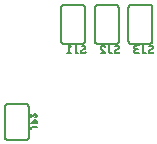
<source format=gbr>
G04 EAGLE Gerber RS-274X export*
G75*
%MOMM*%
%FSLAX34Y34*%
%LPD*%
%INSilkscreen Bottom*%
%IPPOS*%
%AMOC8*
5,1,8,0,0,1.08239X$1,22.5*%
G01*
%ADD10C,0.203200*%
%ADD11C,0.152400*%
%ADD12C,0.127000*%


D10*
X88265Y115570D02*
X88265Y87630D01*
X108585Y115570D02*
X108583Y115670D01*
X108577Y115769D01*
X108567Y115869D01*
X108554Y115967D01*
X108536Y116066D01*
X108515Y116163D01*
X108490Y116259D01*
X108461Y116355D01*
X108428Y116449D01*
X108392Y116542D01*
X108352Y116633D01*
X108308Y116723D01*
X108261Y116811D01*
X108211Y116897D01*
X108157Y116981D01*
X108100Y117063D01*
X108040Y117142D01*
X107976Y117220D01*
X107910Y117294D01*
X107841Y117366D01*
X107769Y117435D01*
X107695Y117501D01*
X107617Y117565D01*
X107538Y117625D01*
X107456Y117682D01*
X107372Y117736D01*
X107286Y117786D01*
X107198Y117833D01*
X107108Y117877D01*
X107017Y117917D01*
X106924Y117953D01*
X106830Y117986D01*
X106734Y118015D01*
X106638Y118040D01*
X106541Y118061D01*
X106442Y118079D01*
X106344Y118092D01*
X106244Y118102D01*
X106145Y118108D01*
X106045Y118110D01*
X108585Y87630D02*
X108583Y87530D01*
X108577Y87431D01*
X108567Y87331D01*
X108554Y87233D01*
X108536Y87134D01*
X108515Y87037D01*
X108490Y86941D01*
X108461Y86845D01*
X108428Y86751D01*
X108392Y86658D01*
X108352Y86567D01*
X108308Y86477D01*
X108261Y86389D01*
X108211Y86303D01*
X108157Y86219D01*
X108100Y86137D01*
X108040Y86058D01*
X107976Y85980D01*
X107910Y85906D01*
X107841Y85834D01*
X107769Y85765D01*
X107695Y85699D01*
X107617Y85635D01*
X107538Y85575D01*
X107456Y85518D01*
X107372Y85464D01*
X107286Y85414D01*
X107198Y85367D01*
X107108Y85323D01*
X107017Y85283D01*
X106924Y85247D01*
X106830Y85214D01*
X106734Y85185D01*
X106638Y85160D01*
X106541Y85139D01*
X106442Y85121D01*
X106344Y85108D01*
X106244Y85098D01*
X106145Y85092D01*
X106045Y85090D01*
X90805Y85090D02*
X90705Y85092D01*
X90606Y85098D01*
X90506Y85108D01*
X90408Y85121D01*
X90309Y85139D01*
X90212Y85160D01*
X90116Y85185D01*
X90020Y85214D01*
X89926Y85247D01*
X89833Y85283D01*
X89742Y85323D01*
X89652Y85367D01*
X89564Y85414D01*
X89478Y85464D01*
X89394Y85518D01*
X89312Y85575D01*
X89233Y85635D01*
X89155Y85699D01*
X89081Y85765D01*
X89009Y85834D01*
X88940Y85906D01*
X88874Y85980D01*
X88810Y86058D01*
X88750Y86137D01*
X88693Y86219D01*
X88639Y86303D01*
X88589Y86389D01*
X88542Y86477D01*
X88498Y86567D01*
X88458Y86658D01*
X88422Y86751D01*
X88389Y86845D01*
X88360Y86941D01*
X88335Y87037D01*
X88314Y87134D01*
X88296Y87233D01*
X88283Y87331D01*
X88273Y87431D01*
X88267Y87530D01*
X88265Y87630D01*
X88265Y115570D02*
X88267Y115670D01*
X88273Y115769D01*
X88283Y115869D01*
X88296Y115967D01*
X88314Y116066D01*
X88335Y116163D01*
X88360Y116259D01*
X88389Y116355D01*
X88422Y116449D01*
X88458Y116542D01*
X88498Y116633D01*
X88542Y116723D01*
X88589Y116811D01*
X88639Y116897D01*
X88693Y116981D01*
X88750Y117063D01*
X88810Y117142D01*
X88874Y117220D01*
X88940Y117294D01*
X89009Y117366D01*
X89081Y117435D01*
X89155Y117501D01*
X89233Y117565D01*
X89312Y117625D01*
X89394Y117682D01*
X89478Y117736D01*
X89564Y117786D01*
X89652Y117833D01*
X89742Y117877D01*
X89833Y117917D01*
X89926Y117953D01*
X90020Y117986D01*
X90116Y118015D01*
X90212Y118040D01*
X90309Y118061D01*
X90408Y118079D01*
X90506Y118092D01*
X90606Y118102D01*
X90705Y118108D01*
X90805Y118110D01*
X106045Y118110D01*
X106045Y85090D02*
X90805Y85090D01*
X108585Y87630D02*
X108585Y115570D01*
D11*
X105424Y78430D02*
X105426Y78356D01*
X105432Y78281D01*
X105441Y78208D01*
X105454Y78134D01*
X105471Y78062D01*
X105491Y77991D01*
X105515Y77920D01*
X105543Y77851D01*
X105574Y77784D01*
X105608Y77718D01*
X105646Y77653D01*
X105687Y77591D01*
X105731Y77531D01*
X105778Y77474D01*
X105828Y77419D01*
X105881Y77366D01*
X105936Y77316D01*
X105993Y77269D01*
X106053Y77225D01*
X106115Y77184D01*
X106180Y77146D01*
X106246Y77112D01*
X106313Y77081D01*
X106382Y77053D01*
X106453Y77029D01*
X106524Y77009D01*
X106596Y76992D01*
X106670Y76979D01*
X106743Y76970D01*
X106818Y76964D01*
X106892Y76962D01*
X107003Y76964D01*
X107114Y76970D01*
X107225Y76980D01*
X107336Y76994D01*
X107445Y77012D01*
X107554Y77034D01*
X107663Y77059D01*
X107770Y77089D01*
X107876Y77122D01*
X107981Y77160D01*
X108084Y77200D01*
X108186Y77245D01*
X108286Y77293D01*
X108385Y77345D01*
X108481Y77400D01*
X108576Y77459D01*
X108668Y77521D01*
X108758Y77587D01*
X108846Y77655D01*
X108931Y77727D01*
X109013Y77802D01*
X109093Y77879D01*
X108910Y82098D02*
X108908Y82172D01*
X108902Y82247D01*
X108893Y82320D01*
X108880Y82394D01*
X108863Y82466D01*
X108843Y82537D01*
X108819Y82608D01*
X108791Y82677D01*
X108760Y82744D01*
X108726Y82810D01*
X108688Y82875D01*
X108647Y82937D01*
X108603Y82997D01*
X108556Y83054D01*
X108506Y83109D01*
X108453Y83162D01*
X108398Y83212D01*
X108341Y83259D01*
X108281Y83303D01*
X108219Y83344D01*
X108154Y83382D01*
X108088Y83416D01*
X108021Y83447D01*
X107952Y83475D01*
X107881Y83499D01*
X107810Y83519D01*
X107738Y83536D01*
X107664Y83549D01*
X107591Y83558D01*
X107516Y83564D01*
X107442Y83566D01*
X107338Y83564D01*
X107234Y83558D01*
X107130Y83548D01*
X107027Y83535D01*
X106924Y83517D01*
X106822Y83495D01*
X106721Y83470D01*
X106621Y83441D01*
X106522Y83408D01*
X106425Y83371D01*
X106329Y83331D01*
X106234Y83287D01*
X106142Y83239D01*
X106051Y83189D01*
X105962Y83134D01*
X105875Y83077D01*
X105791Y83016D01*
X108176Y80813D02*
X108239Y80852D01*
X108299Y80894D01*
X108358Y80939D01*
X108414Y80987D01*
X108467Y81038D01*
X108518Y81091D01*
X108567Y81146D01*
X108612Y81204D01*
X108655Y81264D01*
X108695Y81326D01*
X108731Y81390D01*
X108765Y81456D01*
X108795Y81524D01*
X108822Y81592D01*
X108845Y81662D01*
X108865Y81733D01*
X108881Y81805D01*
X108894Y81878D01*
X108903Y81951D01*
X108908Y82024D01*
X108910Y82098D01*
X106158Y79715D02*
X106095Y79676D01*
X106035Y79634D01*
X105977Y79589D01*
X105920Y79541D01*
X105867Y79490D01*
X105816Y79437D01*
X105767Y79382D01*
X105722Y79324D01*
X105679Y79264D01*
X105639Y79202D01*
X105603Y79138D01*
X105569Y79072D01*
X105539Y79004D01*
X105512Y78936D01*
X105489Y78866D01*
X105469Y78795D01*
X105453Y78723D01*
X105440Y78650D01*
X105431Y78577D01*
X105426Y78504D01*
X105424Y78430D01*
X106158Y79714D02*
X108176Y80814D01*
X100741Y78430D02*
X100741Y83566D01*
X100741Y78430D02*
X100743Y78356D01*
X100749Y78281D01*
X100758Y78208D01*
X100771Y78134D01*
X100788Y78062D01*
X100808Y77991D01*
X100832Y77920D01*
X100860Y77851D01*
X100891Y77784D01*
X100925Y77718D01*
X100963Y77653D01*
X101004Y77591D01*
X101048Y77531D01*
X101095Y77474D01*
X101145Y77419D01*
X101198Y77366D01*
X101253Y77316D01*
X101310Y77269D01*
X101370Y77225D01*
X101432Y77184D01*
X101497Y77146D01*
X101563Y77112D01*
X101630Y77081D01*
X101699Y77053D01*
X101770Y77029D01*
X101841Y77009D01*
X101913Y76992D01*
X101987Y76979D01*
X102060Y76970D01*
X102135Y76964D01*
X102209Y76962D01*
X102943Y76962D01*
X96901Y82098D02*
X95067Y83566D01*
X95067Y76962D01*
X96901Y76962D02*
X93232Y76962D01*
D10*
X116840Y87630D02*
X116840Y115570D01*
X134620Y118110D02*
X134720Y118108D01*
X134819Y118102D01*
X134919Y118092D01*
X135017Y118079D01*
X135116Y118061D01*
X135213Y118040D01*
X135309Y118015D01*
X135405Y117986D01*
X135499Y117953D01*
X135592Y117917D01*
X135683Y117877D01*
X135773Y117833D01*
X135861Y117786D01*
X135947Y117736D01*
X136031Y117682D01*
X136113Y117625D01*
X136192Y117565D01*
X136270Y117501D01*
X136344Y117435D01*
X136416Y117366D01*
X136485Y117294D01*
X136551Y117220D01*
X136615Y117142D01*
X136675Y117063D01*
X136732Y116981D01*
X136786Y116897D01*
X136836Y116811D01*
X136883Y116723D01*
X136927Y116633D01*
X136967Y116542D01*
X137003Y116449D01*
X137036Y116355D01*
X137065Y116259D01*
X137090Y116163D01*
X137111Y116066D01*
X137129Y115967D01*
X137142Y115869D01*
X137152Y115769D01*
X137158Y115670D01*
X137160Y115570D01*
X137160Y87630D02*
X137158Y87530D01*
X137152Y87431D01*
X137142Y87331D01*
X137129Y87233D01*
X137111Y87134D01*
X137090Y87037D01*
X137065Y86941D01*
X137036Y86845D01*
X137003Y86751D01*
X136967Y86658D01*
X136927Y86567D01*
X136883Y86477D01*
X136836Y86389D01*
X136786Y86303D01*
X136732Y86219D01*
X136675Y86137D01*
X136615Y86058D01*
X136551Y85980D01*
X136485Y85906D01*
X136416Y85834D01*
X136344Y85765D01*
X136270Y85699D01*
X136192Y85635D01*
X136113Y85575D01*
X136031Y85518D01*
X135947Y85464D01*
X135861Y85414D01*
X135773Y85367D01*
X135683Y85323D01*
X135592Y85283D01*
X135499Y85247D01*
X135405Y85214D01*
X135309Y85185D01*
X135213Y85160D01*
X135116Y85139D01*
X135017Y85121D01*
X134919Y85108D01*
X134819Y85098D01*
X134720Y85092D01*
X134620Y85090D01*
X119380Y85090D02*
X119280Y85092D01*
X119181Y85098D01*
X119081Y85108D01*
X118983Y85121D01*
X118884Y85139D01*
X118787Y85160D01*
X118691Y85185D01*
X118595Y85214D01*
X118501Y85247D01*
X118408Y85283D01*
X118317Y85323D01*
X118227Y85367D01*
X118139Y85414D01*
X118053Y85464D01*
X117969Y85518D01*
X117887Y85575D01*
X117808Y85635D01*
X117730Y85699D01*
X117656Y85765D01*
X117584Y85834D01*
X117515Y85906D01*
X117449Y85980D01*
X117385Y86058D01*
X117325Y86137D01*
X117268Y86219D01*
X117214Y86303D01*
X117164Y86389D01*
X117117Y86477D01*
X117073Y86567D01*
X117033Y86658D01*
X116997Y86751D01*
X116964Y86845D01*
X116935Y86941D01*
X116910Y87037D01*
X116889Y87134D01*
X116871Y87233D01*
X116858Y87331D01*
X116848Y87431D01*
X116842Y87530D01*
X116840Y87630D01*
X116840Y115570D02*
X116842Y115670D01*
X116848Y115769D01*
X116858Y115869D01*
X116871Y115967D01*
X116889Y116066D01*
X116910Y116163D01*
X116935Y116259D01*
X116964Y116355D01*
X116997Y116449D01*
X117033Y116542D01*
X117073Y116633D01*
X117117Y116723D01*
X117164Y116811D01*
X117214Y116897D01*
X117268Y116981D01*
X117325Y117063D01*
X117385Y117142D01*
X117449Y117220D01*
X117515Y117294D01*
X117584Y117366D01*
X117656Y117435D01*
X117730Y117501D01*
X117808Y117565D01*
X117887Y117625D01*
X117969Y117682D01*
X118053Y117736D01*
X118139Y117786D01*
X118227Y117833D01*
X118317Y117877D01*
X118408Y117917D01*
X118501Y117953D01*
X118595Y117986D01*
X118691Y118015D01*
X118787Y118040D01*
X118884Y118061D01*
X118983Y118079D01*
X119081Y118092D01*
X119181Y118102D01*
X119280Y118108D01*
X119380Y118110D01*
X134620Y118110D01*
X134620Y85090D02*
X119380Y85090D01*
X137160Y87630D02*
X137160Y115570D01*
D11*
X133999Y78430D02*
X134001Y78356D01*
X134007Y78281D01*
X134016Y78208D01*
X134029Y78134D01*
X134046Y78062D01*
X134066Y77991D01*
X134090Y77920D01*
X134118Y77851D01*
X134149Y77784D01*
X134183Y77718D01*
X134221Y77653D01*
X134262Y77591D01*
X134306Y77531D01*
X134353Y77474D01*
X134403Y77419D01*
X134456Y77366D01*
X134511Y77316D01*
X134568Y77269D01*
X134628Y77225D01*
X134690Y77184D01*
X134755Y77146D01*
X134821Y77112D01*
X134888Y77081D01*
X134957Y77053D01*
X135028Y77029D01*
X135099Y77009D01*
X135171Y76992D01*
X135245Y76979D01*
X135318Y76970D01*
X135393Y76964D01*
X135467Y76962D01*
X135578Y76964D01*
X135689Y76970D01*
X135800Y76980D01*
X135911Y76994D01*
X136020Y77012D01*
X136129Y77034D01*
X136238Y77059D01*
X136345Y77089D01*
X136451Y77122D01*
X136556Y77160D01*
X136659Y77200D01*
X136761Y77245D01*
X136861Y77293D01*
X136960Y77345D01*
X137056Y77400D01*
X137151Y77459D01*
X137243Y77521D01*
X137333Y77587D01*
X137421Y77655D01*
X137506Y77727D01*
X137588Y77802D01*
X137668Y77879D01*
X137485Y82098D02*
X137483Y82172D01*
X137477Y82247D01*
X137468Y82320D01*
X137455Y82394D01*
X137438Y82466D01*
X137418Y82537D01*
X137394Y82608D01*
X137366Y82677D01*
X137335Y82744D01*
X137301Y82810D01*
X137263Y82875D01*
X137222Y82937D01*
X137178Y82997D01*
X137131Y83054D01*
X137081Y83109D01*
X137028Y83162D01*
X136973Y83212D01*
X136916Y83259D01*
X136856Y83303D01*
X136794Y83344D01*
X136729Y83382D01*
X136663Y83416D01*
X136596Y83447D01*
X136527Y83475D01*
X136456Y83499D01*
X136385Y83519D01*
X136313Y83536D01*
X136239Y83549D01*
X136166Y83558D01*
X136091Y83564D01*
X136017Y83566D01*
X135913Y83564D01*
X135809Y83558D01*
X135705Y83548D01*
X135602Y83535D01*
X135499Y83517D01*
X135397Y83495D01*
X135296Y83470D01*
X135196Y83441D01*
X135097Y83408D01*
X135000Y83371D01*
X134904Y83331D01*
X134809Y83287D01*
X134717Y83239D01*
X134626Y83189D01*
X134537Y83134D01*
X134450Y83077D01*
X134366Y83016D01*
X136751Y80813D02*
X136814Y80852D01*
X136874Y80894D01*
X136933Y80939D01*
X136989Y80987D01*
X137042Y81038D01*
X137093Y81091D01*
X137142Y81146D01*
X137187Y81204D01*
X137230Y81264D01*
X137270Y81326D01*
X137306Y81390D01*
X137340Y81456D01*
X137370Y81524D01*
X137397Y81592D01*
X137420Y81662D01*
X137440Y81733D01*
X137456Y81805D01*
X137469Y81878D01*
X137478Y81951D01*
X137483Y82024D01*
X137485Y82098D01*
X134733Y79715D02*
X134670Y79676D01*
X134610Y79634D01*
X134552Y79589D01*
X134495Y79541D01*
X134442Y79490D01*
X134391Y79437D01*
X134342Y79382D01*
X134297Y79324D01*
X134254Y79264D01*
X134214Y79202D01*
X134178Y79138D01*
X134144Y79072D01*
X134114Y79004D01*
X134087Y78936D01*
X134064Y78866D01*
X134044Y78795D01*
X134028Y78723D01*
X134015Y78650D01*
X134006Y78577D01*
X134001Y78504D01*
X133999Y78430D01*
X134733Y79714D02*
X136751Y80814D01*
X129316Y78430D02*
X129316Y83566D01*
X129316Y78430D02*
X129318Y78356D01*
X129324Y78281D01*
X129333Y78208D01*
X129346Y78134D01*
X129363Y78062D01*
X129383Y77991D01*
X129407Y77920D01*
X129435Y77851D01*
X129466Y77784D01*
X129500Y77718D01*
X129538Y77653D01*
X129579Y77591D01*
X129623Y77531D01*
X129670Y77474D01*
X129720Y77419D01*
X129773Y77366D01*
X129828Y77316D01*
X129885Y77269D01*
X129945Y77225D01*
X130007Y77184D01*
X130072Y77146D01*
X130138Y77112D01*
X130205Y77081D01*
X130274Y77053D01*
X130345Y77029D01*
X130416Y77009D01*
X130488Y76992D01*
X130562Y76979D01*
X130635Y76970D01*
X130710Y76964D01*
X130784Y76962D01*
X131518Y76962D01*
X123458Y83566D02*
X123379Y83564D01*
X123301Y83559D01*
X123223Y83549D01*
X123146Y83536D01*
X123069Y83519D01*
X122993Y83499D01*
X122918Y83475D01*
X122844Y83448D01*
X122772Y83417D01*
X122701Y83382D01*
X122633Y83345D01*
X122565Y83304D01*
X122500Y83260D01*
X122437Y83213D01*
X122377Y83163D01*
X122319Y83110D01*
X122263Y83054D01*
X122210Y82996D01*
X122160Y82936D01*
X122113Y82873D01*
X122069Y82808D01*
X122028Y82741D01*
X121991Y82672D01*
X121956Y82601D01*
X121925Y82529D01*
X121898Y82455D01*
X121874Y82380D01*
X121854Y82304D01*
X121837Y82227D01*
X121824Y82150D01*
X121814Y82072D01*
X121809Y81994D01*
X121807Y81915D01*
X123458Y83566D02*
X123547Y83564D01*
X123636Y83559D01*
X123724Y83549D01*
X123812Y83536D01*
X123899Y83520D01*
X123986Y83499D01*
X124071Y83475D01*
X124156Y83448D01*
X124239Y83417D01*
X124321Y83382D01*
X124402Y83344D01*
X124481Y83303D01*
X124557Y83259D01*
X124633Y83211D01*
X124706Y83160D01*
X124776Y83107D01*
X124845Y83050D01*
X124911Y82990D01*
X124974Y82928D01*
X125035Y82863D01*
X125093Y82796D01*
X125148Y82726D01*
X125201Y82654D01*
X125250Y82580D01*
X125296Y82504D01*
X125338Y82426D01*
X125378Y82346D01*
X125414Y82265D01*
X125447Y82182D01*
X125476Y82098D01*
X122357Y80631D02*
X122301Y80687D01*
X122247Y80746D01*
X122196Y80807D01*
X122147Y80871D01*
X122102Y80936D01*
X122059Y81004D01*
X122020Y81073D01*
X121983Y81144D01*
X121950Y81217D01*
X121921Y81291D01*
X121894Y81366D01*
X121871Y81442D01*
X121852Y81520D01*
X121836Y81598D01*
X121823Y81676D01*
X121814Y81756D01*
X121809Y81835D01*
X121807Y81915D01*
X122358Y80631D02*
X125476Y76962D01*
X121807Y76962D01*
D10*
X145415Y87630D02*
X145415Y115570D01*
X163195Y118110D02*
X163295Y118108D01*
X163394Y118102D01*
X163494Y118092D01*
X163592Y118079D01*
X163691Y118061D01*
X163788Y118040D01*
X163884Y118015D01*
X163980Y117986D01*
X164074Y117953D01*
X164167Y117917D01*
X164258Y117877D01*
X164348Y117833D01*
X164436Y117786D01*
X164522Y117736D01*
X164606Y117682D01*
X164688Y117625D01*
X164767Y117565D01*
X164845Y117501D01*
X164919Y117435D01*
X164991Y117366D01*
X165060Y117294D01*
X165126Y117220D01*
X165190Y117142D01*
X165250Y117063D01*
X165307Y116981D01*
X165361Y116897D01*
X165411Y116811D01*
X165458Y116723D01*
X165502Y116633D01*
X165542Y116542D01*
X165578Y116449D01*
X165611Y116355D01*
X165640Y116259D01*
X165665Y116163D01*
X165686Y116066D01*
X165704Y115967D01*
X165717Y115869D01*
X165727Y115769D01*
X165733Y115670D01*
X165735Y115570D01*
X165735Y87630D02*
X165733Y87530D01*
X165727Y87431D01*
X165717Y87331D01*
X165704Y87233D01*
X165686Y87134D01*
X165665Y87037D01*
X165640Y86941D01*
X165611Y86845D01*
X165578Y86751D01*
X165542Y86658D01*
X165502Y86567D01*
X165458Y86477D01*
X165411Y86389D01*
X165361Y86303D01*
X165307Y86219D01*
X165250Y86137D01*
X165190Y86058D01*
X165126Y85980D01*
X165060Y85906D01*
X164991Y85834D01*
X164919Y85765D01*
X164845Y85699D01*
X164767Y85635D01*
X164688Y85575D01*
X164606Y85518D01*
X164522Y85464D01*
X164436Y85414D01*
X164348Y85367D01*
X164258Y85323D01*
X164167Y85283D01*
X164074Y85247D01*
X163980Y85214D01*
X163884Y85185D01*
X163788Y85160D01*
X163691Y85139D01*
X163592Y85121D01*
X163494Y85108D01*
X163394Y85098D01*
X163295Y85092D01*
X163195Y85090D01*
X147955Y85090D02*
X147855Y85092D01*
X147756Y85098D01*
X147656Y85108D01*
X147558Y85121D01*
X147459Y85139D01*
X147362Y85160D01*
X147266Y85185D01*
X147170Y85214D01*
X147076Y85247D01*
X146983Y85283D01*
X146892Y85323D01*
X146802Y85367D01*
X146714Y85414D01*
X146628Y85464D01*
X146544Y85518D01*
X146462Y85575D01*
X146383Y85635D01*
X146305Y85699D01*
X146231Y85765D01*
X146159Y85834D01*
X146090Y85906D01*
X146024Y85980D01*
X145960Y86058D01*
X145900Y86137D01*
X145843Y86219D01*
X145789Y86303D01*
X145739Y86389D01*
X145692Y86477D01*
X145648Y86567D01*
X145608Y86658D01*
X145572Y86751D01*
X145539Y86845D01*
X145510Y86941D01*
X145485Y87037D01*
X145464Y87134D01*
X145446Y87233D01*
X145433Y87331D01*
X145423Y87431D01*
X145417Y87530D01*
X145415Y87630D01*
X145415Y115570D02*
X145417Y115670D01*
X145423Y115769D01*
X145433Y115869D01*
X145446Y115967D01*
X145464Y116066D01*
X145485Y116163D01*
X145510Y116259D01*
X145539Y116355D01*
X145572Y116449D01*
X145608Y116542D01*
X145648Y116633D01*
X145692Y116723D01*
X145739Y116811D01*
X145789Y116897D01*
X145843Y116981D01*
X145900Y117063D01*
X145960Y117142D01*
X146024Y117220D01*
X146090Y117294D01*
X146159Y117366D01*
X146231Y117435D01*
X146305Y117501D01*
X146383Y117565D01*
X146462Y117625D01*
X146544Y117682D01*
X146628Y117736D01*
X146714Y117786D01*
X146802Y117833D01*
X146892Y117877D01*
X146983Y117917D01*
X147076Y117953D01*
X147170Y117986D01*
X147266Y118015D01*
X147362Y118040D01*
X147459Y118061D01*
X147558Y118079D01*
X147656Y118092D01*
X147756Y118102D01*
X147855Y118108D01*
X147955Y118110D01*
X163195Y118110D01*
X163195Y85090D02*
X147955Y85090D01*
X165735Y87630D02*
X165735Y115570D01*
D11*
X162574Y78430D02*
X162576Y78356D01*
X162582Y78281D01*
X162591Y78208D01*
X162604Y78134D01*
X162621Y78062D01*
X162641Y77991D01*
X162665Y77920D01*
X162693Y77851D01*
X162724Y77784D01*
X162758Y77718D01*
X162796Y77653D01*
X162837Y77591D01*
X162881Y77531D01*
X162928Y77474D01*
X162978Y77419D01*
X163031Y77366D01*
X163086Y77316D01*
X163143Y77269D01*
X163203Y77225D01*
X163265Y77184D01*
X163330Y77146D01*
X163396Y77112D01*
X163463Y77081D01*
X163532Y77053D01*
X163603Y77029D01*
X163674Y77009D01*
X163746Y76992D01*
X163820Y76979D01*
X163893Y76970D01*
X163968Y76964D01*
X164042Y76962D01*
X164153Y76964D01*
X164264Y76970D01*
X164375Y76980D01*
X164486Y76994D01*
X164595Y77012D01*
X164704Y77034D01*
X164813Y77059D01*
X164920Y77089D01*
X165026Y77122D01*
X165131Y77160D01*
X165234Y77200D01*
X165336Y77245D01*
X165436Y77293D01*
X165535Y77345D01*
X165631Y77400D01*
X165726Y77459D01*
X165818Y77521D01*
X165908Y77587D01*
X165996Y77655D01*
X166081Y77727D01*
X166163Y77802D01*
X166243Y77879D01*
X166060Y82098D02*
X166058Y82172D01*
X166052Y82247D01*
X166043Y82320D01*
X166030Y82394D01*
X166013Y82466D01*
X165993Y82537D01*
X165969Y82608D01*
X165941Y82677D01*
X165910Y82744D01*
X165876Y82810D01*
X165838Y82875D01*
X165797Y82937D01*
X165753Y82997D01*
X165706Y83054D01*
X165656Y83109D01*
X165603Y83162D01*
X165548Y83212D01*
X165491Y83259D01*
X165431Y83303D01*
X165369Y83344D01*
X165304Y83382D01*
X165238Y83416D01*
X165171Y83447D01*
X165102Y83475D01*
X165031Y83499D01*
X164960Y83519D01*
X164888Y83536D01*
X164814Y83549D01*
X164741Y83558D01*
X164666Y83564D01*
X164592Y83566D01*
X164488Y83564D01*
X164384Y83558D01*
X164280Y83548D01*
X164177Y83535D01*
X164074Y83517D01*
X163972Y83495D01*
X163871Y83470D01*
X163771Y83441D01*
X163672Y83408D01*
X163575Y83371D01*
X163479Y83331D01*
X163384Y83287D01*
X163292Y83239D01*
X163201Y83189D01*
X163112Y83134D01*
X163025Y83077D01*
X162941Y83016D01*
X165326Y80813D02*
X165389Y80852D01*
X165449Y80894D01*
X165508Y80939D01*
X165564Y80987D01*
X165617Y81038D01*
X165668Y81091D01*
X165717Y81146D01*
X165762Y81204D01*
X165805Y81264D01*
X165845Y81326D01*
X165881Y81390D01*
X165915Y81456D01*
X165945Y81524D01*
X165972Y81592D01*
X165995Y81662D01*
X166015Y81733D01*
X166031Y81805D01*
X166044Y81878D01*
X166053Y81951D01*
X166058Y82024D01*
X166060Y82098D01*
X163308Y79715D02*
X163245Y79676D01*
X163185Y79634D01*
X163127Y79589D01*
X163070Y79541D01*
X163017Y79490D01*
X162966Y79437D01*
X162917Y79382D01*
X162872Y79324D01*
X162829Y79264D01*
X162789Y79202D01*
X162753Y79138D01*
X162719Y79072D01*
X162689Y79004D01*
X162662Y78936D01*
X162639Y78866D01*
X162619Y78795D01*
X162603Y78723D01*
X162590Y78650D01*
X162581Y78577D01*
X162576Y78504D01*
X162574Y78430D01*
X163308Y79714D02*
X165326Y80814D01*
X157891Y78430D02*
X157891Y83566D01*
X157891Y78430D02*
X157893Y78356D01*
X157899Y78281D01*
X157908Y78208D01*
X157921Y78134D01*
X157938Y78062D01*
X157958Y77991D01*
X157982Y77920D01*
X158010Y77851D01*
X158041Y77784D01*
X158075Y77718D01*
X158113Y77653D01*
X158154Y77591D01*
X158198Y77531D01*
X158245Y77474D01*
X158295Y77419D01*
X158348Y77366D01*
X158403Y77316D01*
X158460Y77269D01*
X158520Y77225D01*
X158582Y77184D01*
X158647Y77146D01*
X158713Y77112D01*
X158780Y77081D01*
X158849Y77053D01*
X158920Y77029D01*
X158991Y77009D01*
X159063Y76992D01*
X159137Y76979D01*
X159210Y76970D01*
X159285Y76964D01*
X159359Y76962D01*
X160093Y76962D01*
X154051Y76962D02*
X152217Y76962D01*
X152132Y76964D01*
X152048Y76970D01*
X151964Y76980D01*
X151880Y76993D01*
X151797Y77011D01*
X151715Y77032D01*
X151634Y77057D01*
X151554Y77086D01*
X151476Y77118D01*
X151400Y77154D01*
X151325Y77194D01*
X151252Y77237D01*
X151181Y77283D01*
X151112Y77332D01*
X151045Y77385D01*
X150981Y77441D01*
X150920Y77499D01*
X150862Y77560D01*
X150806Y77624D01*
X150753Y77691D01*
X150704Y77760D01*
X150658Y77831D01*
X150615Y77904D01*
X150575Y77979D01*
X150539Y78055D01*
X150507Y78133D01*
X150478Y78213D01*
X150453Y78294D01*
X150432Y78376D01*
X150414Y78459D01*
X150401Y78543D01*
X150391Y78627D01*
X150385Y78711D01*
X150383Y78796D01*
X150385Y78881D01*
X150391Y78965D01*
X150401Y79049D01*
X150414Y79133D01*
X150432Y79216D01*
X150453Y79298D01*
X150478Y79379D01*
X150507Y79459D01*
X150539Y79537D01*
X150575Y79613D01*
X150615Y79688D01*
X150658Y79761D01*
X150704Y79832D01*
X150753Y79901D01*
X150806Y79968D01*
X150862Y80032D01*
X150920Y80093D01*
X150981Y80151D01*
X151045Y80207D01*
X151112Y80260D01*
X151181Y80309D01*
X151252Y80355D01*
X151325Y80398D01*
X151400Y80438D01*
X151476Y80474D01*
X151554Y80506D01*
X151634Y80535D01*
X151715Y80560D01*
X151797Y80581D01*
X151880Y80599D01*
X151964Y80612D01*
X152048Y80622D01*
X152132Y80628D01*
X152217Y80630D01*
X151850Y83566D02*
X154051Y83566D01*
X151850Y83566D02*
X151774Y83564D01*
X151699Y83558D01*
X151624Y83549D01*
X151550Y83535D01*
X151476Y83518D01*
X151404Y83496D01*
X151332Y83472D01*
X151262Y83443D01*
X151194Y83411D01*
X151127Y83376D01*
X151062Y83337D01*
X150999Y83294D01*
X150939Y83249D01*
X150881Y83201D01*
X150825Y83149D01*
X150773Y83095D01*
X150723Y83038D01*
X150676Y82979D01*
X150632Y82918D01*
X150591Y82854D01*
X150554Y82788D01*
X150520Y82720D01*
X150490Y82651D01*
X150463Y82580D01*
X150440Y82508D01*
X150421Y82435D01*
X150406Y82361D01*
X150394Y82286D01*
X150386Y82211D01*
X150382Y82136D01*
X150382Y82060D01*
X150386Y81985D01*
X150394Y81910D01*
X150406Y81835D01*
X150421Y81761D01*
X150440Y81688D01*
X150463Y81616D01*
X150490Y81545D01*
X150520Y81476D01*
X150554Y81408D01*
X150591Y81342D01*
X150632Y81278D01*
X150676Y81217D01*
X150723Y81158D01*
X150773Y81101D01*
X150825Y81047D01*
X150881Y80995D01*
X150939Y80947D01*
X150999Y80902D01*
X151062Y80859D01*
X151127Y80820D01*
X151194Y80785D01*
X151262Y80753D01*
X151332Y80724D01*
X151404Y80700D01*
X151476Y80678D01*
X151550Y80661D01*
X151624Y80647D01*
X151699Y80638D01*
X151774Y80632D01*
X151850Y80630D01*
X151850Y80631D02*
X153317Y80631D01*
X40640Y31750D02*
X40640Y6350D01*
X60960Y31750D02*
X60958Y31850D01*
X60952Y31949D01*
X60942Y32049D01*
X60929Y32147D01*
X60911Y32246D01*
X60890Y32343D01*
X60865Y32439D01*
X60836Y32535D01*
X60803Y32629D01*
X60767Y32722D01*
X60727Y32813D01*
X60683Y32903D01*
X60636Y32991D01*
X60586Y33077D01*
X60532Y33161D01*
X60475Y33243D01*
X60415Y33322D01*
X60351Y33400D01*
X60285Y33474D01*
X60216Y33546D01*
X60144Y33615D01*
X60070Y33681D01*
X59992Y33745D01*
X59913Y33805D01*
X59831Y33862D01*
X59747Y33916D01*
X59661Y33966D01*
X59573Y34013D01*
X59483Y34057D01*
X59392Y34097D01*
X59299Y34133D01*
X59205Y34166D01*
X59109Y34195D01*
X59013Y34220D01*
X58916Y34241D01*
X58817Y34259D01*
X58719Y34272D01*
X58619Y34282D01*
X58520Y34288D01*
X58420Y34290D01*
X60960Y6350D02*
X60958Y6250D01*
X60952Y6151D01*
X60942Y6051D01*
X60929Y5953D01*
X60911Y5854D01*
X60890Y5757D01*
X60865Y5661D01*
X60836Y5565D01*
X60803Y5471D01*
X60767Y5378D01*
X60727Y5287D01*
X60683Y5197D01*
X60636Y5109D01*
X60586Y5023D01*
X60532Y4939D01*
X60475Y4857D01*
X60415Y4778D01*
X60351Y4700D01*
X60285Y4626D01*
X60216Y4554D01*
X60144Y4485D01*
X60070Y4419D01*
X59992Y4355D01*
X59913Y4295D01*
X59831Y4238D01*
X59747Y4184D01*
X59661Y4134D01*
X59573Y4087D01*
X59483Y4043D01*
X59392Y4003D01*
X59299Y3967D01*
X59205Y3934D01*
X59109Y3905D01*
X59013Y3880D01*
X58916Y3859D01*
X58817Y3841D01*
X58719Y3828D01*
X58619Y3818D01*
X58520Y3812D01*
X58420Y3810D01*
X43180Y3810D02*
X43080Y3812D01*
X42981Y3818D01*
X42881Y3828D01*
X42783Y3841D01*
X42684Y3859D01*
X42587Y3880D01*
X42491Y3905D01*
X42395Y3934D01*
X42301Y3967D01*
X42208Y4003D01*
X42117Y4043D01*
X42027Y4087D01*
X41939Y4134D01*
X41853Y4184D01*
X41769Y4238D01*
X41687Y4295D01*
X41608Y4355D01*
X41530Y4419D01*
X41456Y4485D01*
X41384Y4554D01*
X41315Y4626D01*
X41249Y4700D01*
X41185Y4778D01*
X41125Y4857D01*
X41068Y4939D01*
X41014Y5023D01*
X40964Y5109D01*
X40917Y5197D01*
X40873Y5287D01*
X40833Y5378D01*
X40797Y5471D01*
X40764Y5565D01*
X40735Y5661D01*
X40710Y5757D01*
X40689Y5854D01*
X40671Y5953D01*
X40658Y6051D01*
X40648Y6151D01*
X40642Y6250D01*
X40640Y6350D01*
X40640Y31750D02*
X40642Y31850D01*
X40648Y31949D01*
X40658Y32049D01*
X40671Y32147D01*
X40689Y32246D01*
X40710Y32343D01*
X40735Y32439D01*
X40764Y32535D01*
X40797Y32629D01*
X40833Y32722D01*
X40873Y32813D01*
X40917Y32903D01*
X40964Y32991D01*
X41014Y33077D01*
X41068Y33161D01*
X41125Y33243D01*
X41185Y33322D01*
X41249Y33400D01*
X41315Y33474D01*
X41384Y33546D01*
X41456Y33615D01*
X41530Y33681D01*
X41608Y33745D01*
X41687Y33805D01*
X41769Y33862D01*
X41853Y33916D01*
X41939Y33966D01*
X42027Y34013D01*
X42117Y34057D01*
X42208Y34097D01*
X42301Y34133D01*
X42395Y34166D01*
X42491Y34195D01*
X42587Y34220D01*
X42684Y34241D01*
X42783Y34259D01*
X42881Y34272D01*
X42981Y34282D01*
X43080Y34288D01*
X43180Y34290D01*
X58420Y34290D01*
X58420Y3810D02*
X43180Y3810D01*
X60960Y6350D02*
X60960Y31750D01*
D12*
X63937Y14297D02*
X67691Y14297D01*
X63937Y14296D02*
X63872Y14294D01*
X63808Y14288D01*
X63744Y14278D01*
X63680Y14265D01*
X63618Y14247D01*
X63557Y14226D01*
X63497Y14202D01*
X63439Y14173D01*
X63382Y14141D01*
X63328Y14106D01*
X63276Y14068D01*
X63226Y14026D01*
X63179Y13982D01*
X63135Y13935D01*
X63093Y13885D01*
X63055Y13833D01*
X63020Y13779D01*
X62988Y13722D01*
X62959Y13664D01*
X62935Y13604D01*
X62914Y13543D01*
X62896Y13481D01*
X62883Y13417D01*
X62873Y13353D01*
X62867Y13289D01*
X62865Y13224D01*
X62865Y12688D01*
X62865Y17574D02*
X67691Y17574D01*
X67691Y18914D01*
X67689Y18985D01*
X67683Y19057D01*
X67674Y19127D01*
X67661Y19197D01*
X67644Y19267D01*
X67623Y19335D01*
X67599Y19402D01*
X67571Y19468D01*
X67540Y19532D01*
X67505Y19595D01*
X67467Y19655D01*
X67426Y19714D01*
X67382Y19770D01*
X67335Y19824D01*
X67286Y19875D01*
X67233Y19923D01*
X67178Y19969D01*
X67121Y20011D01*
X67061Y20051D01*
X67000Y20087D01*
X66936Y20120D01*
X66871Y20149D01*
X66805Y20175D01*
X66737Y20198D01*
X66668Y20217D01*
X66598Y20232D01*
X66528Y20243D01*
X66457Y20251D01*
X66386Y20255D01*
X66314Y20255D01*
X66243Y20251D01*
X66172Y20243D01*
X66102Y20232D01*
X66032Y20217D01*
X65963Y20198D01*
X65895Y20175D01*
X65829Y20149D01*
X65764Y20120D01*
X65700Y20087D01*
X65639Y20051D01*
X65579Y20011D01*
X65522Y19969D01*
X65467Y19923D01*
X65414Y19875D01*
X65365Y19824D01*
X65318Y19770D01*
X65274Y19714D01*
X65233Y19655D01*
X65195Y19595D01*
X65160Y19532D01*
X65129Y19468D01*
X65101Y19402D01*
X65077Y19335D01*
X65056Y19267D01*
X65039Y19197D01*
X65026Y19127D01*
X65017Y19057D01*
X65011Y18985D01*
X65009Y18914D01*
X65010Y18914D02*
X65010Y17574D01*
X67691Y24206D02*
X67689Y24274D01*
X67683Y24341D01*
X67674Y24408D01*
X67661Y24475D01*
X67644Y24540D01*
X67623Y24605D01*
X67599Y24668D01*
X67571Y24730D01*
X67540Y24790D01*
X67506Y24848D01*
X67468Y24904D01*
X67428Y24959D01*
X67384Y25010D01*
X67337Y25059D01*
X67288Y25106D01*
X67237Y25150D01*
X67182Y25190D01*
X67126Y25228D01*
X67068Y25262D01*
X67008Y25293D01*
X66946Y25321D01*
X66883Y25345D01*
X66818Y25366D01*
X66753Y25383D01*
X66686Y25396D01*
X66619Y25405D01*
X66552Y25411D01*
X66484Y25413D01*
X67691Y24206D02*
X67689Y24128D01*
X67683Y24050D01*
X67673Y23973D01*
X67660Y23896D01*
X67642Y23820D01*
X67621Y23745D01*
X67596Y23671D01*
X67567Y23599D01*
X67535Y23528D01*
X67499Y23459D01*
X67460Y23391D01*
X67417Y23326D01*
X67371Y23263D01*
X67322Y23202D01*
X67270Y23144D01*
X67215Y23089D01*
X67158Y23036D01*
X67098Y22987D01*
X67035Y22940D01*
X66970Y22897D01*
X66904Y22857D01*
X66835Y22820D01*
X66764Y22787D01*
X66692Y22757D01*
X66619Y22731D01*
X65546Y25010D02*
X65595Y25059D01*
X65647Y25106D01*
X65702Y25149D01*
X65759Y25190D01*
X65818Y25228D01*
X65879Y25262D01*
X65942Y25293D01*
X66006Y25321D01*
X66072Y25345D01*
X66138Y25365D01*
X66206Y25382D01*
X66275Y25395D01*
X66344Y25404D01*
X66414Y25410D01*
X66484Y25412D01*
X65546Y25010D02*
X62865Y22731D01*
X62865Y25412D01*
M02*

</source>
